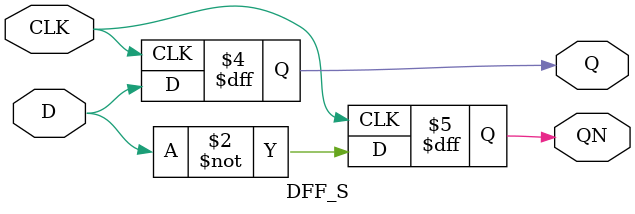
<source format=v>
module DFF_S(D, CLK, Q, QN);
input D, CLK;
output Q, QN;

reg Q;
reg QN;

initial
begin
  Q = 1'b0;
  QN = 1'b1;
end

always @(posedge CLK)
begin
  Q <= D;
  QN <= (~D);
end
endmodule

</source>
